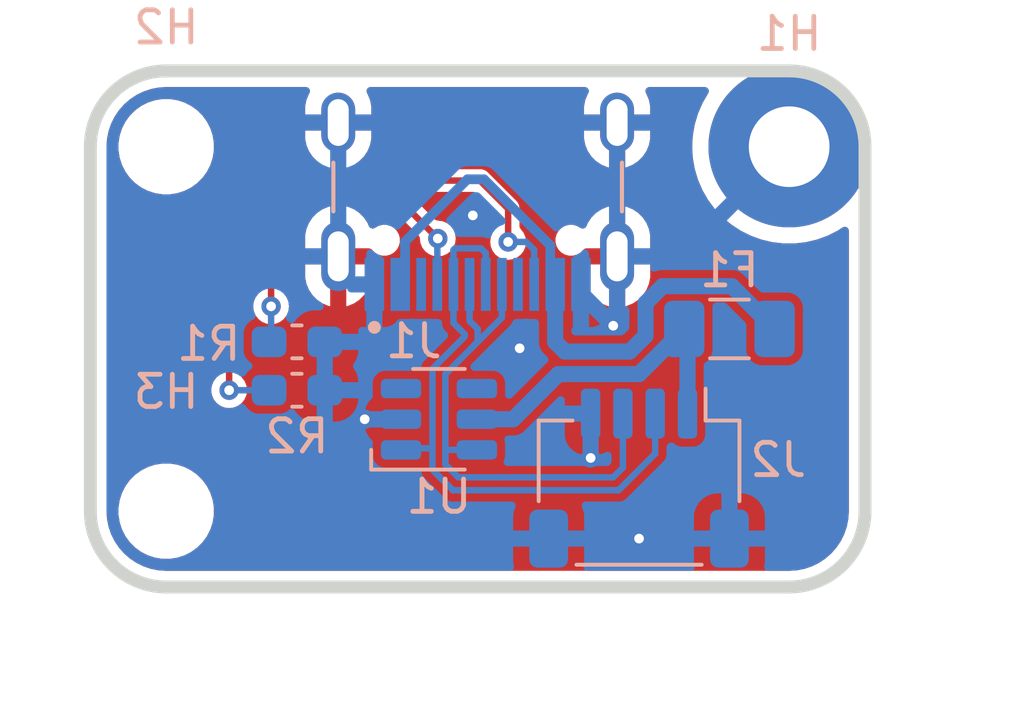
<source format=kicad_pcb>
(kicad_pcb (version 20240108) (generator "pcbnew") (generator_version "8.0")
  (layers (0 "F.Cu" signal) (31 "B.Cu" signal) (34 "B.Paste" user) (35 "F.Paste" user) (36 "B.SilkS" user "B.Silkscreen") (37 "F.SilkS" user "F.Silkscreen") (38 "B.Mask" user) (39 "F.Mask" user) (44 "Edge.Cuts" user))
  (net 0 "")
  (net 1 "VBUS")
  (net 2 "+5V")
  (net 3 "GND")
  (net 4 "Net-(J1-CC1)")
  (net 6 "D-")
  (net 7 "D+")
  (net 9 "Net-(J1-CC2)")
  (footprint "Capacitor_SMD:C_0603_1608Metric_Pad1.08x0.95mm_HandSolder" (layer "B.Cu") (at 6.4 9.9)
    (property "Reference" "R2" (at 0 1.43 0) (layer "B.SilkS") (effects (justify mirror)))
    (property "Value" "5.1k")
    (fp_line (start 0.146267 -0.51) (end -0.146267 -0.51) (stroke (width 0.12)) (layer "B.SilkS"))
    (fp_line (start 0.146267 0.51) (end -0.146267 0.51) (stroke (width 0.12)) (layer "B.SilkS"))
    (pad "1" smd roundrect (at -0.8625 0) (size 1.075 0.95) (layers "B.Cu" "B.Paste" "B.Mask") (net 9 "Net-(J1-CC2)"))
    (pad "2" smd roundrect (at 0.8625 0) (size 1.075 0.95) (layers "B.Cu" "B.Paste" "B.Mask") (net 3 "GND"))
  )
  (footprint "MountingHole:MountingHole_2.7mm_M2.5" (layer "B.Cu") (at 2.35 13.65 180)
    (property "Reference" "H3" (at 0 3.7 180) (layer "B.SilkS") (effects (justify mirror)))
    (property "Value" "MountingHole")
    (pad "" np_thru_hole circle (at 0 0 180) (size 2.7 2.7) (drill 2.7) (layers "*.Cu" "*.Mask"))
  )
  (footprint "mx-unsaver:PHOENIX_1332645" (layer "B.Cu") (at 12 1 180)
    (property "Reference" "J1" (at 1.98 -7.38 180) (layer "B.SilkS") (effects (justify mirror)))
    (property "Value" "USB_C_Receptacle_USB2.0_16P")
    (fp_line (start 4.47 -3.355) (end 4.47 -1.845) (stroke (width 0.127)) (layer "B.SilkS"))
    (fp_line (start -4.47 -3.355) (end -4.47 -1.845) (stroke (width 0.127)) (layer "B.SilkS"))
    (fp_circle (center 3.2 -6.95) (end 3.1 -6.95) (stroke (width 0.2)) (fill none) (layer "B.SilkS"))
    (pad "" np_thru_hole circle (at -2.89 -4.25) (size 0.7 0.7) (drill 0.7) (layers "*.Cu" "*.Mask"))
    (pad "" np_thru_hole circle (at 2.89 -4.25) (size 0.7 0.7) (drill 0.7) (layers "*.Cu" "*.Mask"))
    (pad "A1" smd rect (at 3.2 -5.62) (size 0.6 1.64) (layers "B.Cu" "B.Paste" "B.Mask") (net 3 "GND"))
    (pad "A4" smd rect (at 2.4 -5.62) (size 0.6 1.64) (layers "B.Cu" "B.Paste" "B.Mask") (net 1 "VBUS"))
    (pad "A5" smd rect (at 1.25 -5.62) (size 0.3 1.64) (layers "B.Cu" "B.Paste" "B.Mask") (net 4 "Net-(J1-CC1)"))
    (pad "A6" smd rect (at 0.25 -5.62) (size 0.3 1.64) (layers "B.Cu" "B.Paste" "B.Mask") (net 7 "D+"))
    (pad "A7" smd rect (at -0.25 -5.62) (size 0.3 1.64) (layers "B.Cu" "B.Paste" "B.Mask") (net 6 "D-"))
    (pad "A8" smd rect (at -1.25 -5.62) (size 0.3 1.64) (layers "B.Cu" "B.Paste" "B.Mask"))
    (pad "A9" smd rect (at -2.4 -5.62) (size 0.6 1.64) (layers "B.Cu" "B.Paste" "B.Mask") (net 1 "VBUS"))
    (pad "A12" smd rect (at -3.2 -5.62) (size 0.6 1.64) (layers "B.Cu" "B.Paste" "B.Mask") (net 3 "GND"))
    (pad "B1" smd rect (at -3.2 -5.62) (size 0.6 1.64) (layers "B.Cu" "B.Paste" "B.Mask") (net 3 "GND"))
    (pad "B4" smd rect (at -2.4 -5.62) (size 0.6 1.64) (layers "B.Cu" "B.Paste" "B.Mask") (net 1 "VBUS"))
    (pad "B5" smd rect (at -1.75 -5.62) (size 0.3 1.64) (layers "B.Cu" "B.Paste" "B.Mask") (net 9 "Net-(J1-CC2)"))
    (pad "B6" smd rect (at -0.75 -5.62) (size 0.3 1.64) (layers "B.Cu" "B.Paste" "B.Mask") (net 7 "D+"))
    (pad "B7" smd rect (at 0.75 -5.62) (size 0.3 1.64) (layers "B.Cu" "B.Paste" "B.Mask") (net 6 "D-"))
    (pad "B8" smd rect (at 1.75 -5.62) (size 0.3 1.64) (layers "B.Cu" "B.Paste" "B.Mask"))
    (pad "B9" smd rect (at 2.4 -5.62) (size 0.6 1.64) (layers "B.Cu" "B.Paste" "B.Mask") (net 1 "VBUS"))
    (pad "B12" smd rect (at 3.2 -5.62) (size 0.6 1.64) (layers "B.Cu" "B.Paste" "B.Mask") (net 3 "GND"))
    (pad "S1" thru_hole oval (at -4.32 -4.75) (size 1.05 2.15) (drill oval 0.65 1.55) (layers "*.Cu" "*.Mask") (net 3 "GND"))
    (pad "S1" thru_hole oval (at -4.32 -0.6) (size 1.05 1.85) (drill oval 0.65 1.45) (layers "*.Cu" "*.Mask") (net 3 "GND"))
    (pad "S1" thru_hole oval (at 4.32 -4.75) (size 1.05 2.15) (drill oval 0.65 1.55) (layers "*.Cu" "*.Mask") (net 3 "GND"))
    (pad "S1" thru_hole oval (at 4.32 -0.6) (size 1.05 1.85) (drill oval 0.65 1.45) (layers "*.Cu" "*.Mask") (net 3 "GND"))
  )
  (footprint "Capacitor_SMD:C_0603_1608Metric_Pad1.08x0.95mm_HandSolder" (layer "B.Cu") (at 6.4 8.4)
    (property "Reference" "R1" (at -2.73 0.06 0) (layer "B.SilkS") (effects (justify mirror)))
    (property "Value" "5.1k")
    (fp_line (start 0.146267 -0.51) (end -0.146267 -0.51) (stroke (width 0.12)) (layer "B.SilkS"))
    (fp_line (start 0.146267 0.51) (end -0.146267 0.51) (stroke (width 0.12)) (layer "B.SilkS"))
    (pad "1" smd roundrect (at -0.8625 0) (size 1.075 0.95) (layers "B.Cu" "B.Paste" "B.Mask") (net 4 "Net-(J1-CC1)"))
    (pad "2" smd roundrect (at 0.8625 0) (size 1.075 0.95) (layers "B.Cu" "B.Paste" "B.Mask") (net 3 "GND"))
  )
  (footprint "PCM_marbastlib-various:SOT-23-6-routable" (layer "B.Cu") (at 10.8 10.8)
    (property "Reference" "U1" (at 0 2.4 0) (layer "B.SilkS") (effects (justify mirror)))
    (property "Value" "SRV05-4")
    (fp_line (start -2.1 1.56) (end -2.1 0.95) (stroke (width 0.12)) (layer "B.SilkS"))
    (fp_line (start -0.8 -1.56) (end 0 -1.56) (stroke (width 0.12)) (layer "B.SilkS"))
    (fp_line (start 0.8 -1.56) (end 0 -1.56) (stroke (width 0.12)) (layer "B.SilkS"))
    (fp_line (start 0.8 1.56) (end -2.1 1.56) (stroke (width 0.12)) (layer "B.SilkS"))
    (pad "1" smd roundrect (at -1.175 0.95) (size 1.25 0.6) (layers "B.Cu" "B.Paste" "B.Mask") (net 6 "D-"))
    (pad "2" smd roundrect (at -1.175 0) (size 1.25 0.6) (layers "B.Cu" "B.Paste" "B.Mask") (net 3 "GND"))
    (pad "3" smd roundrect (at -1.175 -0.95) (size 1.25 0.6) (layers "B.Cu" "B.Paste" "B.Mask"))
    (pad "4" smd roundrect (at 1.175 -0.95) (size 1.25 0.6) (layers "B.Cu" "B.Paste" "B.Mask"))
    (pad "5" smd roundrect (at 1.175 0) (size 1.25 0.6) (layers "B.Cu" "B.Paste" "B.Mask") (net 2 "+5V"))
    (pad "6" smd roundrect (at 1.175 0.95) (size 1.25 0.6) (layers "B.Cu" "B.Paste" "B.Mask") (net 7 "D+"))
  )
  (footprint "Connector_JST:JST_SH_SM04B-SRSS-TB_1x04-1MP_P1.00mm_Horizontal" (layer "B.Cu") (at 17 12.625 180)
    (property "Reference" "J2" (at -4.31 0.565 180) (layer "B.SilkS") (effects (justify mirror)))
    (property "Value" "Conn_01x04_MountingPin")
    (fp_line (start 3.11 1.785) (end 3.11 -0.715) (stroke (width 0.12)) (layer "B.SilkS"))
    (fp_line (start 2.06 1.785) (end 3.11 1.785) (stroke (width 0.12)) (layer "B.SilkS"))
    (fp_line (start 1.94 -2.685) (end -1.94 -2.685) (stroke (width 0.12)) (layer "B.SilkS"))
    (fp_line (start -2.06 2.775) (end -2.06 1.785) (stroke (width 0.12)) (layer "B.SilkS"))
    (fp_line (start -2.06 1.785) (end -3.11 1.785) (stroke (width 0.12)) (layer "B.SilkS"))
    (fp_line (start -3.11 1.785) (end -3.11 -0.715) (stroke (width 0.12)) (layer "B.SilkS"))
    (pad "1" smd roundrect (at -1.5 2 180) (size 0.6 1.55) (layers "B.Cu" "B.Paste" "B.Mask") (net 2 "+5V"))
    (pad "2" smd roundrect (at -0.5 2 180) (size 0.6 1.55) (layers "B.Cu" "B.Paste" "B.Mask") (net 6 "D-"))
    (pad "3" smd roundrect (at 0.5 2 180) (size 0.6 1.55) (layers "B.Cu" "B.Paste" "B.Mask") (net 7 "D+"))
    (pad "4" smd roundrect (at 1.5 2 180) (size 0.6 1.55) (layers "B.Cu" "B.Paste" "B.Mask") (net 3 "GND"))
    (pad "MP" smd roundrect (at -2.8 -1.875 180) (size 1.2 1.8) (layers "B.Cu" "B.Paste" "B.Mask") (roundrect_rratio 0.208333) (net 3 "GND"))
    (pad "MP" smd roundrect (at 2.8 -1.875 180) (size 1.2 1.8) (layers "B.Cu" "B.Paste" "B.Mask") (roundrect_rratio 0.208333) (net 3 "GND"))
  )
  (footprint "Fuse:Fuse_1206_3216Metric" (layer "B.Cu") (at 19.8 8 180)
    (property "Reference" "F1" (at 0 1.82 180) (layer "B.SilkS") (effects (justify mirror)))
    (property "Value" "SMD0805-050-16V")
    (fp_line (start 0.602064 0.91) (end -0.602064 0.91) (stroke (width 0.12)) (layer "B.SilkS"))
    (fp_line (start 0.602064 -0.91) (end -0.602064 -0.91) (stroke (width 0.12)) (layer "B.SilkS"))
    (pad "1" smd roundrect (at -1.4 0 180) (size 1.25 1.75) (layers "B.Cu" "B.Paste" "B.Mask") (roundrect_rratio 0.2) (net 1 "VBUS"))
    (pad "2" smd roundrect (at 1.4 0 180) (size 1.25 1.75) (layers "B.Cu" "B.Paste" "B.Mask") (roundrect_rratio 0.2) (net 2 "+5V"))
  )
  (footprint "MountingHole:MountingHole_2.7mm_M2.5" (layer "B.Cu") (at 2.35 2.35 180)
    (property "Reference" "H2" (at 0 3.7 180) (layer "B.SilkS") (effects (justify mirror)))
    (property "Value" "MountingHole")
    (pad "" np_thru_hole circle (at 0 0 180) (size 2.7 2.7) (drill 2.7) (layers "*.Cu" "*.Mask"))
  )
  (footprint "MountingHole:MountingHole_2.5mm_Pad" (layer "B.Cu") (at 21.650038 2.349952 180)
    (property "Reference" "H1" (at 0 3.5 180) (layer "B.SilkS") (effects (justify mirror)))
    (property "Value" "MountingHole")
    (pad "1" thru_hole circle (at 0 0 180) (size 5 5) (drill 2.5) (layers "*.Cu" "*.Mask") (net 3 "GND"))
  )
  (gr_arc (start 21.649859 0) (mid 23.314089 0.690769) (end 24 2.357007) (stroke (width 0.4)) (layer "Edge.Cuts"))
  (gr_line (start 21.649959 15.999993) (end 21.649959 16) (stroke (width 0.4)) (layer "Edge.Cuts"))
  (gr_line (start 24 2.357007) (end 24 13.649952) (stroke (width 0.4)) (layer "Edge.Cuts"))
  (gr_line (start 2.355694 0) (end 21.649859 0) (stroke (width 0.4)) (layer "Edge.Cuts"))
  (gr_arc (start 24 13.649952) (mid 23.311689 15.311682) (end 21.649959 15.999993) (stroke (width 0.4)) (layer "Edge.Cuts"))
  (gr_line (start 2.350059 16) (end 21.649959 16) (stroke (width 0.4)) (layer "Edge.Cuts"))
  (gr_arc (start 0 2.349952) (mid 0.690316 0.686254) (end 2.355694 0) (stroke (width 0.4)) (layer "Edge.Cuts"))
  (gr_line (start 0 2.349952) (end 0 13.670404) (stroke (width 0.4)) (layer "Edge.Cuts"))
  (gr_arc (start 2.350059 16) (mid 0.695536 15.318908) (end 0 13.670404) (stroke (width 0.4)) (layer "Edge.Cuts"))
  (gr_text "" (at 12 18.724 0) (layer "Edge.Cuts") (effects (font (size 3.048 2.7432) (thickness 0.381)) (justify top)))
  (segment (start 17.2 8.21005) (end 16.71005 8.7) (width 0.5) (layer "B.Cu") (net 1))
  (segment (start 14.25 5.413604) (end 12.196396 3.36) (width 0.3) (layer "B.Cu") (net 1))
  (segment (start 21.2 8) (end 19.875 6.675) (width 0.5) (layer "B.Cu") (net 1))
  (segment (start 16.71005 8.7) (end 14.7 8.7) (width 0.5) (layer "B.Cu") (net 1))
  (segment (start 11.682542 3.36) (end 10.336271 4.706271) (width 0.3) (layer "B.Cu") (net 1))
  (segment (start 12.196396 3.36) (end 11.682542 3.36) (width 0.3) (layer "B.Cu") (net 1))
  (segment (start 10.336271 4.706271) (end 9.75 5.292543) (width 0.3) (layer "B.Cu") (net 1))
  (segment (start 14.4 6.62) (end 14.25 6.47) (width 0.3) (layer "B.Cu") (net 1))
  (segment (start 19.875 6.675) (end 17.728122 6.675) (width 0.5) (layer "B.Cu") (net 1))
  (segment (start 9.75 5.292543) (end 9.75 6.47) (width 0.3) (layer "B.Cu") (net 1))
  (segment (start 14.25 6.47) (end 14.25 5.413604) (width 0.3) (layer "B.Cu") (net 1))
  (segment (start 14.7 8.7) (end 14.4 8.4) (width 0.5) (layer "B.Cu") (net 1))
  (segment (start 17.728122 6.675) (end 17.2 7.203122) (width 0.5) (layer "B.Cu") (net 1))
  (segment (start 9.75 6.47) (end 9.6 6.62) (width 0.3) (layer "B.Cu") (net 1))
  (segment (start 14.4 8.4) (end 14.4 6.62) (width 0.5) (layer "B.Cu") (net 1))
  (segment (start 17.2 7.203122) (end 17.2 8.21005) (width 0.5) (layer "B.Cu") (net 1))
  (segment (start 14.5 9.4) (end 17 9.4) (width 0.5) (layer "B.Cu") (net 2))
  (segment (start 18.5 8.1) (end 18.4 8) (width 0.5) (layer "B.Cu") (net 2))
  (segment (start 18.5 10.625) (end 18.5 8.1) (width 0.5) (layer "B.Cu") (net 2))
  (segment (start 11.975 10.8) (end 13.1 10.8) (width 0.5) (layer "B.Cu") (net 2))
  (segment (start 18.4 8) (end 18 8.4) (width 0.4) (layer "B.Cu") (net 2))
  (segment (start 18.5 8.5) (end 18.4 8.4) (width 0.4) (layer "B.Cu") (net 2))
  (segment (start 13.1 10.8) (end 14.5 9.4) (width 0.5) (layer "B.Cu") (net 2))
  (segment (start 17 9.4) (end 18.4 8) (width 0.5) (layer "B.Cu") (net 2))
  (via (at 17 14.5) (size 0.6) (drill 0.3) (layers "F.Cu" "B.Cu") (net 3))
  (via (at 16.2 7.9) (size 0.6) (drill 0.3) (layers "F.Cu" "B.Cu") (net 3))
  (via (at 8.5 10.8) (size 0.6) (drill 0.3) (layers "F.Cu" "B.Cu") (net 3))
  (via (at 15.5 12) (size 0.6) (drill 0.3) (layers "F.Cu" "B.Cu") (net 3))
  (via (at 13.3 8.6) (size 0.6) (drill 0.3) (layers "F.Cu" "B.Cu") (net 3))
  (via (at 11.85 4.48) (size 0.6) (drill 0.3) (layers "F.Cu" "B.Cu") (net 3))
  (segment (start 15.2 6.9) (end 16.2 7.9) (width 0.5) (layer "B.Cu") (net 3))
  (segment (start 9.625 10.8) (end 8.5 10.8) (width 0.5) (layer "B.Cu") (net 3))
  (segment (start 15.5 10.625) (end 15.5 12) (width 0.4) (layer "B.Cu") (net 3))
  (segment (start 15.2 6.62) (end 15.2 6.9) (width 0.5) (layer "B.Cu") (net 3))
  (segment (start 5.6 4.84) (end 5.6 7.3) (width 0.2) (layer "F.Cu") (net 4))
  (segment (start 10.764953 5.196829) (end 9.368124 3.8) (width 0.2) (layer "F.Cu") (net 4))
  (segment (start 9.368124 3.8) (end 6.64 3.8) (width 0.2) (layer "F.Cu") (net 4))
  (segment (start 6.64 3.8) (end 5.6 4.84) (width 0.2) (layer "F.Cu") (net 4))
  (via (at 5.6 7.3) (size 0.6) (drill 0.3) (layers "F.Cu" "B.Cu") (net 4))
  (via (at 10.764953 5.196829) (size 0.6) (drill 0.3) (layers "F.Cu" "B.Cu") (net 4))
  (segment (start 5.6 7.3) (end 5.6 8.3375) (width 0.2) (layer "B.Cu") (net 4))
  (segment (start 10.75 5.211782) (end 10.764953 5.196829) (width 0.2) (layer "B.Cu") (net 4))
  (segment (start 10.75 6.62) (end 10.75 5.211782) (width 0.2) (layer "B.Cu") (net 4))
  (segment (start 5.6 8.3375) (end 5.5375 8.4) (width 0.2) (layer "B.Cu") (net 4))
  (segment (start 12.1 5.5) (end 12.25 5.65) (width 0.2) (layer "B.Cu") (net 6))
  (segment (start 10.6 11.7) (end 10.6 9.234314) (width 0.2) (layer "B.Cu") (net 6))
  (segment (start 11.25 5.55) (end 11.3 5.5) (width 0.2) (layer "B.Cu") (net 6))
  (segment (start 11.234314 13) (end 10.6 12.365686) (width 0.2) (layer "B.Cu") (net 6))
  (segment (start 11.584315 8.215685) (end 11.6 8.2) (width 0.2) (layer "B.Cu") (net 6))
  (segment (start 11.6 8.2) (end 11.6 8.165686) (width 0.2) (layer "B.Cu") (net 6))
  (segment (start 10.6 11.7) (end 9.675 11.7) (width 0.2) (layer "B.Cu") (net 6))
  (segment (start 11.25 7.815686) (end 11.25 6.62) (width 0.2) (layer "B.Cu") (net 6))
  (segment (start 12 13) (end 11.234314 13) (width 0.2) (layer "B.Cu") (net 6))
  (segment (start 9.675 11.7) (end 9.625 11.75) (width 0.2) (layer "B.Cu") (net 6))
  (segment (start 11.6 8.165686) (end 11.25 7.815686) (width 0.2) (layer "B.Cu") (net 6))
  (segment (start 11.25 6.62) (end 11.25 5.55) (width 0.2) (layer "B.Cu") (net 6))
  (segment (start 12 13) (end 16.365686 13) (width 0.2) (layer "B.Cu") (net 6))
  (segment (start 12.25 5.65) (end 12.25 6.62) (width 0.2) (layer "B.Cu") (net 6))
  (segment (start 11.584315 8.249999) (end 11.584315 8.215685) (width 0.2) (layer "B.Cu") (net 6))
  (segment (start 10.6 12.365686) (end 10.6 11.7) (width 0.2) (layer "B.Cu") (net 6))
  (segment (start 17.5 11.865686) (end 17.5 10.625) (width 0.2) (layer "B.Cu") (net 6))
  (segment (start 10.6 9.234314) (end 11.584315 8.249999) (width 0.2) (layer "B.Cu") (net 6))
  (segment (start 16.365686 13) (end 17.5 11.865686) (width 0.2) (layer "B.Cu") (net 6))
  (segment (start 11.3 5.5) (end 12.1 5.5) (width 0.2) (layer "B.Cu") (net 6))
  (segment (start 12 8.4) (end 12 8) (width 0.2) (layer "B.Cu") (net 7))
  (segment (start 11 9.4) (end 11.8 8.6) (width 0.2) (layer "B.Cu") (net 7))
  (segment (start 11.8 8.6) (end 12 8.4) (width 0.2) (layer "B.Cu") (net 7))
  (segment (start 16.2 12.6) (end 12.8 12.6) (width 0.2) (layer "B.Cu") (net 7))
  (segment (start 11 11.7) (end 11.05 11.75) (width 0.2) (layer "B.Cu") (net 7))
  (segment (start 12 8) (end 11.75 7.75) (width 0.2) (layer "B.Cu") (net 7))
  (segment (start 16.5 12.3) (end 16.2 12.6) (width 0.2) (layer "B.Cu") (net 7))
  (segment (start 11 12.2) (end 11 11.7) (width 0.2) (layer "B.Cu") (net 7))
  (segment (start 12.75 7.65) (end 12.75 6.62) (width 0.2) (layer "B.Cu") (net 7))
  (segment (start 11.75 7.75) (end 11.75 6.62) (width 0.2) (layer "B.Cu") (net 7))
  (segment (start 11.05 11.75) (end 11.975 11.75) (width 0.2) (layer "B.Cu") (net 7))
  (segment (start 11.8 8.6) (end 12.75 7.65) (width 0.2) (layer "B.Cu") (net 7))
  (segment (start 11.4 12.6) (end 11 12.2) (width 0.2) (layer "B.Cu") (net 7))
  (segment (start 16.5 10.625) (end 16.5 12.3) (width 0.2) (layer "B.Cu") (net 7))
  (segment (start 11 11.7) (end 11 9.4) (width 0.2) (layer "B.Cu") (net 7))
  (segment (start 12.8 12.6) (end 11.4 12.6) (width 0.2) (layer "B.Cu") (net 7))
  (segment (start 6.474314 3.4) (end 12.07 3.4) (width 0.2) (layer "F.Cu") (net 9))
  (segment (start 12.07 3.4) (end 12.943981 4.273981) (width 0.2) (layer "F.Cu") (net 9))
  (segment (start 4.3 7.22) (end 4.3 9.9) (width 0.2) (layer "F.Cu") (net 9))
  (segment (start 4.3 5.574314) (end 6.474314 3.4) (width 0.2) (layer "F.Cu") (net 9))
  (segment (start 4.3 7.22) (end 4.3 5.574314) (width 0.2) (layer "F.Cu") (net 9))
  (segment (start 12.943981 4.273981) (end 12.943981 5.301936) (width 0.2) (layer "F.Cu") (net 9))
  (via (at 12.943981 5.301936) (size 0.6) (drill 0.3) (layers "F.Cu" "B.Cu") (net 9))
  (via (at 4.3 9.9) (size 0.6) (drill 0.3) (layers "F.Cu" "B.Cu") (net 9))
  (segment (start 13.75 6.62) (end 13.75 5.55) (width 0.2) (layer "B.Cu") (net 9))
  (segment (start 13.75 5.55) (end 13.501936 5.301936) (width 0.2) (layer "B.Cu") (net 9))
  (segment (start 13.501936 5.301936) (end 12.943981 5.301936) (width 0.2) (layer "B.Cu") (net 9))
  (segment (start 4.3 9.9) (end 5.5375 9.9) (width 0.2) (layer "B.Cu") (net 9))
  (zone (net 3) (net_name "GND") (layers "F&B.Cu") (connect_pads (clearance 0.25)) (min_thickness 0.25) (fill yes (thermal_gap 0.5) (thermal_bridge_width 0.5))
    (polygon (pts (xy -2 -2) (xy 26 -2) (xy 26 18) (xy -2 18)))
  )
)
</source>
